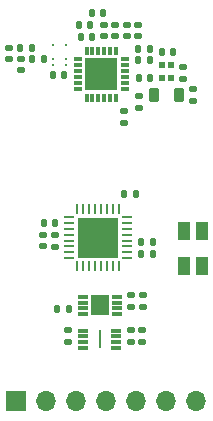
<source format=gts>
%TF.GenerationSoftware,KiCad,Pcbnew,8.0.5*%
%TF.CreationDate,2024-11-16T16:31:19+01:00*%
%TF.ProjectId,C8W1B1V1.0,43385731-4231-4563-912e-302e6b696361,rev?*%
%TF.SameCoordinates,Original*%
%TF.FileFunction,Soldermask,Top*%
%TF.FilePolarity,Negative*%
%FSLAX46Y46*%
G04 Gerber Fmt 4.6, Leading zero omitted, Abs format (unit mm)*
G04 Created by KiCad (PCBNEW 8.0.5) date 2024-11-16 16:31:19*
%MOMM*%
%LPD*%
G01*
G04 APERTURE LIST*
G04 Aperture macros list*
%AMRoundRect*
0 Rectangle with rounded corners*
0 $1 Rounding radius*
0 $2 $3 $4 $5 $6 $7 $8 $9 X,Y pos of 4 corners*
0 Add a 4 corners polygon primitive as box body*
4,1,4,$2,$3,$4,$5,$6,$7,$8,$9,$2,$3,0*
0 Add four circle primitives for the rounded corners*
1,1,$1+$1,$2,$3*
1,1,$1+$1,$4,$5*
1,1,$1+$1,$6,$7*
1,1,$1+$1,$8,$9*
0 Add four rect primitives between the rounded corners*
20,1,$1+$1,$2,$3,$4,$5,0*
20,1,$1+$1,$4,$5,$6,$7,0*
20,1,$1+$1,$6,$7,$8,$9,0*
20,1,$1+$1,$8,$9,$2,$3,0*%
G04 Aperture macros list end*
%ADD10RoundRect,0.140000X0.170000X-0.140000X0.170000X0.140000X-0.170000X0.140000X-0.170000X-0.140000X0*%
%ADD11RoundRect,0.135000X0.135000X0.185000X-0.135000X0.185000X-0.135000X-0.185000X0.135000X-0.185000X0*%
%ADD12R,0.500000X0.600000*%
%ADD13RoundRect,0.135000X-0.135000X-0.185000X0.135000X-0.185000X0.135000X0.185000X-0.135000X0.185000X0*%
%ADD14R,1.100000X1.500000*%
%ADD15RoundRect,0.135000X0.185000X-0.135000X0.185000X0.135000X-0.185000X0.135000X-0.185000X-0.135000X0*%
%ADD16RoundRect,0.140000X-0.140000X-0.170000X0.140000X-0.170000X0.140000X0.170000X-0.140000X0.170000X0*%
%ADD17RoundRect,0.135000X-0.185000X0.135000X-0.185000X-0.135000X0.185000X-0.135000X0.185000X0.135000X0*%
%ADD18R,1.700000X1.700000*%
%ADD19O,1.700000X1.700000*%
%ADD20RoundRect,0.140000X-0.170000X0.140000X-0.170000X-0.140000X0.170000X-0.140000X0.170000X0.140000X0*%
%ADD21RoundRect,0.140000X0.140000X0.170000X-0.140000X0.170000X-0.140000X-0.170000X0.140000X-0.170000X0*%
%ADD22C,0.220000*%
%ADD23RoundRect,0.147500X0.172500X-0.147500X0.172500X0.147500X-0.172500X0.147500X-0.172500X-0.147500X0*%
%ADD24R,0.950000X0.300000*%
%ADD25R,0.250000X1.650000*%
%ADD26R,0.850000X0.300000*%
%ADD27R,1.500000X1.700000*%
%ADD28RoundRect,0.147500X-0.147500X-0.172500X0.147500X-0.172500X0.147500X0.172500X-0.147500X0.172500X0*%
%ADD29RoundRect,0.062500X-0.375000X-0.062500X0.375000X-0.062500X0.375000X0.062500X-0.375000X0.062500X0*%
%ADD30RoundRect,0.062500X-0.062500X-0.375000X0.062500X-0.375000X0.062500X0.375000X-0.062500X0.375000X0*%
%ADD31R,3.450000X3.450000*%
%ADD32RoundRect,0.218750X-0.218750X-0.381250X0.218750X-0.381250X0.218750X0.381250X-0.218750X0.381250X0*%
%ADD33R,0.800000X0.300000*%
%ADD34R,0.300000X0.800000*%
%ADD35R,2.800000X2.800000*%
G04 APERTURE END LIST*
D10*
%TO.C,C12*%
X154650000Y-97710000D03*
X154650000Y-96750000D03*
%TD*%
%TO.C,C3*%
X142820000Y-111900000D03*
X142820000Y-110940000D03*
%TD*%
D11*
%TO.C,R9*%
X152100000Y-112577500D03*
X151080000Y-112577500D03*
%TD*%
D12*
%TO.C,Y1*%
X153640000Y-97620000D03*
X153640000Y-96520000D03*
X152840000Y-96520000D03*
X152840000Y-97620000D03*
%TD*%
D13*
%TO.C,R4*%
X141860000Y-96090000D03*
X142880000Y-96090000D03*
%TD*%
D14*
%TO.C,LED1*%
X156230000Y-110580000D03*
X156230000Y-113580000D03*
X154730000Y-113580000D03*
X154730000Y-110580000D03*
%TD*%
D15*
%TO.C,R5*%
X144950000Y-120050000D03*
X144950000Y-119030000D03*
%TD*%
D16*
%TO.C,C1*%
X145810000Y-93190000D03*
X146770000Y-93190000D03*
%TD*%
D17*
%TO.C,R1*%
X143810000Y-110920000D03*
X143810000Y-111940000D03*
%TD*%
D10*
%TO.C,C7*%
X148900000Y-94100000D03*
X148900000Y-93140000D03*
%TD*%
%TO.C,C6*%
X147930000Y-94100000D03*
X147930000Y-93140000D03*
%TD*%
D18*
%TO.C,J1*%
X140530000Y-125000000D03*
D19*
X143070000Y-125000000D03*
X145610000Y-125000000D03*
X148150000Y-125000000D03*
X150690000Y-125000000D03*
X153230000Y-125000000D03*
X155770000Y-125000000D03*
%TD*%
D20*
%TO.C,C20*%
X151240000Y-116070000D03*
X151240000Y-117030000D03*
%TD*%
D21*
%TO.C,C2*%
X143840000Y-109970000D03*
X142880000Y-109970000D03*
%TD*%
D11*
%TO.C,R3*%
X150670000Y-107510000D03*
X149650000Y-107510000D03*
%TD*%
D22*
%TO.C,IC3*%
X144740000Y-96590000D03*
X143680000Y-96590000D03*
X144740000Y-96090000D03*
X143680000Y-96090000D03*
X144740000Y-94880000D03*
X143680000Y-94880000D03*
%TD*%
D21*
%TO.C,C13*%
X153800000Y-95420000D03*
X152840000Y-95420000D03*
%TD*%
D17*
%TO.C,R6*%
X150210000Y-119010000D03*
X150210000Y-120030000D03*
%TD*%
D10*
%TO.C,C8*%
X149870000Y-94100000D03*
X149870000Y-93140000D03*
%TD*%
D23*
%TO.C,L3*%
X139910000Y-96060000D03*
X139910000Y-95090000D03*
%TD*%
D16*
%TO.C,C14*%
X150890000Y-97620000D03*
X151850000Y-97620000D03*
%TD*%
D17*
%TO.C,R8*%
X150270000Y-116070000D03*
X150270000Y-117090000D03*
%TD*%
D24*
%TO.C,IC1*%
X146200000Y-119040000D03*
X146200000Y-119540000D03*
X146200000Y-120040000D03*
X146200000Y-120540000D03*
X149000000Y-120540000D03*
X149000000Y-120040000D03*
X149000000Y-119540000D03*
X149000000Y-119040000D03*
D25*
X147600000Y-119790000D03*
%TD*%
D26*
%TO.C,IC4*%
X146160000Y-116170000D03*
X146160000Y-116670000D03*
X146160000Y-117170000D03*
X146160000Y-117670000D03*
X149060000Y-117670000D03*
X149060000Y-117170000D03*
X149060000Y-116670000D03*
X149060000Y-116170000D03*
D27*
X147610000Y-116920000D03*
%TD*%
D10*
%TO.C,C9*%
X150840000Y-94100000D03*
X150840000Y-93140000D03*
%TD*%
%TO.C,C19*%
X151200000Y-119990000D03*
X151200000Y-119030000D03*
%TD*%
D21*
%TO.C,C4*%
X146970000Y-94170000D03*
X146010000Y-94170000D03*
%TD*%
D16*
%TO.C,C18*%
X140880000Y-95090000D03*
X141840000Y-95090000D03*
%TD*%
D20*
%TO.C,C11*%
X140900000Y-96060000D03*
X140900000Y-97020000D03*
%TD*%
D11*
%TO.C,R2*%
X151890000Y-95170000D03*
X150870000Y-95170000D03*
%TD*%
D20*
%TO.C,C16*%
X149640000Y-100480000D03*
X149640000Y-101440000D03*
%TD*%
D11*
%TO.C,R10*%
X152100000Y-111577500D03*
X151080000Y-111577500D03*
%TD*%
D28*
%TO.C,L1*%
X146915000Y-92190000D03*
X147885000Y-92190000D03*
%TD*%
D20*
%TO.C,C15*%
X150920000Y-99210000D03*
X150920000Y-100170000D03*
%TD*%
D21*
%TO.C,C17*%
X144590000Y-97370000D03*
X143630000Y-97370000D03*
%TD*%
D20*
%TO.C,C5*%
X155540000Y-98630000D03*
X155540000Y-99590000D03*
%TD*%
D29*
%TO.C,U1*%
X145032500Y-109420000D03*
X145032500Y-109920000D03*
X145032500Y-110420000D03*
X145032500Y-110920000D03*
X145032500Y-111420000D03*
X145032500Y-111920000D03*
X145032500Y-112420000D03*
X145032500Y-112920000D03*
D30*
X145720000Y-113607500D03*
X146220000Y-113607500D03*
X146720000Y-113607500D03*
X147220000Y-113607500D03*
X147720000Y-113607500D03*
X148220000Y-113607500D03*
X148720000Y-113607500D03*
X149220000Y-113607500D03*
D29*
X149907500Y-112920000D03*
X149907500Y-112420000D03*
X149907500Y-111920000D03*
X149907500Y-111420000D03*
X149907500Y-110920000D03*
X149907500Y-110420000D03*
X149907500Y-109920000D03*
X149907500Y-109420000D03*
D30*
X149220000Y-108732500D03*
X148720000Y-108732500D03*
X148220000Y-108732500D03*
X147720000Y-108732500D03*
X147220000Y-108732500D03*
X146720000Y-108732500D03*
X146220000Y-108732500D03*
X145720000Y-108732500D03*
D31*
X147470000Y-111170000D03*
%TD*%
D16*
%TO.C,C10*%
X150880000Y-96160000D03*
X151840000Y-96160000D03*
%TD*%
D32*
%TO.C,L2*%
X152217500Y-99070000D03*
X154342500Y-99070000D03*
%TD*%
D11*
%TO.C,R7*%
X144980000Y-117180000D03*
X143960000Y-117180000D03*
%TD*%
D33*
%TO.C,IC2*%
X149740000Y-98590000D03*
X149740000Y-98090000D03*
X149740000Y-97590000D03*
X149740000Y-97090000D03*
X149740000Y-96590000D03*
X149740000Y-96090000D03*
D34*
X148990000Y-95340000D03*
X148490000Y-95340000D03*
X147990000Y-95340000D03*
X147490000Y-95340000D03*
X146990000Y-95340000D03*
X146490000Y-95340000D03*
D33*
X145740000Y-96090000D03*
X145740000Y-96590000D03*
X145740000Y-97090000D03*
X145740000Y-97590000D03*
X145740000Y-98090000D03*
X145740000Y-98590000D03*
D34*
X146490000Y-99340000D03*
X146990000Y-99340000D03*
X147490000Y-99340000D03*
X147990000Y-99340000D03*
X148490000Y-99340000D03*
X148990000Y-99340000D03*
D35*
X147740000Y-97340000D03*
%TD*%
M02*

</source>
